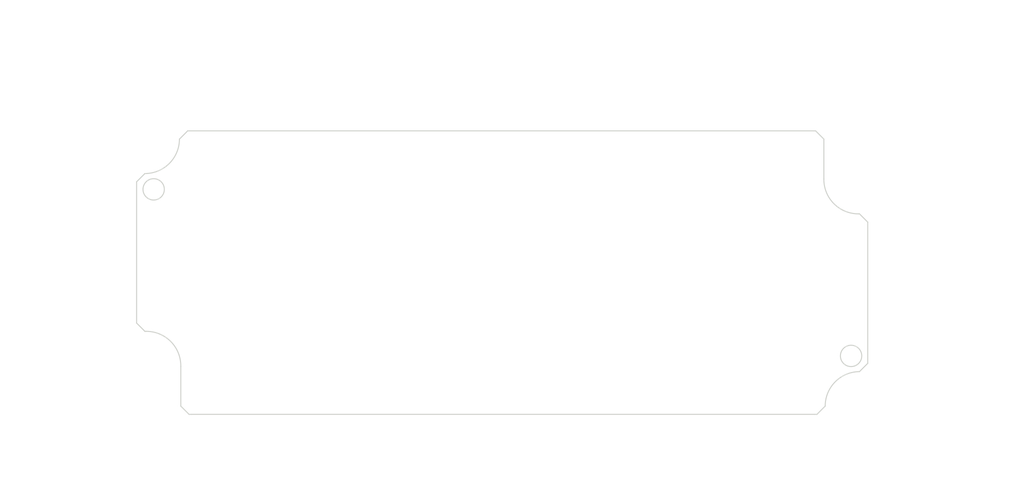
<source format=kicad_pcb>
(kicad_pcb (version 20221018) (generator pcbnew)

  (general
    (thickness 1.6)
  )

  (paper "A4")
  (layers
    (0 "F.Cu" signal)
    (31 "B.Cu" signal)
    (32 "B.Adhes" user "B.Adhesive")
    (33 "F.Adhes" user "F.Adhesive")
    (34 "B.Paste" user)
    (35 "F.Paste" user)
    (36 "B.SilkS" user "B.Silkscreen")
    (37 "F.SilkS" user "F.Silkscreen")
    (38 "B.Mask" user)
    (39 "F.Mask" user)
    (40 "Dwgs.User" user "User.Drawings")
    (41 "Cmts.User" user "User.Comments")
    (42 "Eco1.User" user "User.Eco1")
    (43 "Eco2.User" user "User.Eco2")
    (44 "Edge.Cuts" user)
    (45 "Margin" user)
    (46 "B.CrtYd" user "B.Courtyard")
    (47 "F.CrtYd" user "F.Courtyard")
    (48 "B.Fab" user)
    (49 "F.Fab" user)
  )

  (setup
    (pad_to_mask_clearance 0.051)
    (solder_mask_min_width 0.25)
    (pcbplotparams
      (layerselection 0x00010fc_ffffffff)
      (plot_on_all_layers_selection 0x0000000_00000000)
      (disableapertmacros false)
      (usegerberextensions false)
      (usegerberattributes false)
      (usegerberadvancedattributes false)
      (creategerberjobfile false)
      (dashed_line_dash_ratio 12.000000)
      (dashed_line_gap_ratio 3.000000)
      (svgprecision 4)
      (plotframeref false)
      (viasonmask false)
      (mode 1)
      (useauxorigin false)
      (hpglpennumber 1)
      (hpglpenspeed 20)
      (hpglpendiameter 15.000000)
      (dxfpolygonmode true)
      (dxfimperialunits true)
      (dxfusepcbnewfont true)
      (psnegative false)
      (psa4output false)
      (plotreference true)
      (plotvalue true)
      (plotinvisibletext false)
      (sketchpadsonfab false)
      (subtractmaskfromsilk false)
      (outputformat 1)
      (mirror false)
      (drillshape 1)
      (scaleselection 1)
      (outputdirectory "")
    )
  )

  (net 0 "")

  (gr_line (start 217.199046 135.958512) (end 210.524567 130.020998)
    (stroke (width 0.2) (type solid)) (layer "Dwgs.User") (tstamp 0c76b67c-ee01-4360-b834-c14b23501e73))
  (gr_line (start 207.630446 136.199152) (end 208.438036 135.60941)
    (stroke (width 0.2) (type solid)) (layer "Dwgs.User") (tstamp 10db5670-eeae-4f40-a788-5dad51505a08))
  (gr_line (start 84.379098 89.448953) (end 84.379098 82.204952)
    (stroke (width 0.2) (type solid)) (layer "Dwgs.User") (tstamp 1d1f43ec-52ee-4c6f-8a91-8b11c6c2887d))
  (gr_line (start 75.638451 88.410975) (end 61.090015 88.410975)
    (stroke (width 0.2) (type solid)) (layer "Dwgs.User") (tstamp 2791f26e-471e-48fd-b495-146b87e8a2ed))
  (gr_line (start 208.438036 135.60941) (end 206.559889 133.8853)
    (stroke (width 0.2) (type solid)) (layer "Dwgs.User") (tstamp 27f5a5d7-bf3c-463f-b746-101ec9d6b450))
  (gr_line (start 206.559893 133.885299) (end 207.630447 136.199151)
    (stroke (width 0.2) (type solid)) (layer "Dwgs.User") (tstamp 29119938-b81c-49c9-ad3d-fadbf396c178))
  (gr_line (start 206.559889 133.8853) (end 207.630446 136.199152)
    (stroke (width 0.2) (type solid)) (layer "Dwgs.User") (tstamp 358a09c9-01cd-483a-b7c3-e464de193e8e))
  (gr_line (start 83.867683 80.204952) (end 61.595999 80.204952)
    (stroke (width 0.2) (type solid)) (layer "Dwgs.User") (tstamp 36be91c6-320a-4ecf-9ec6-c0055fa40652))
  (gr_line (start 84.867683 79.204952) (end 84.867683 64.353654)
    (stroke (width 0.2) (type solid)) (layer "Dwgs.User") (tstamp 41e9a73c-f5a2-445d-be74-0c540899e184))
  (gr_line (start 213.525048 58.341271) (end 146.787335 58.341271)
    (stroke (width 0.2) (type solid)) (layer "Dwgs.User") (tstamp 47919616-e3df-4398-a210-3f5818ca5f34))
  (gr_line (start 75.050951 88.998475) (end 75.050951 55.166271)
    (stroke (width 0.2) (type solid)) (layer "Dwgs.User") (tstamp 4855fad8-343a-43cb-99ca-3ac98b01d295))
  (gr_line (start 208.43804 135.609411) (end 206.559893 133.885299)
    (stroke (width 0.2) (type solid)) (layer "Dwgs.User") (tstamp 4a759d3e-a785-417c-946e-fcfeea6e81d3))
  (gr_line (start 64.265015 116.728586) (end 64.265015 111.168275)
    (stroke (width 0.2) (type solid)) (layer "Dwgs.User") (tstamp 4d7adbc2-e40c-42d8-8d8c-a4b3892744e7))
  (gr_line (start 77.050951 58.341271) (end 137.37151 58.341271)
    (stroke (width 0.2) (type solid)) (layer "Dwgs.User") (tstamp 5458608b-4a42-428c-85ee-abfe7a310295))
  (gr_line (start 75.638451 118.728586) (end 61.090015 118.728586)
    (stroke (width 0.2) (type solid)) (layer "Dwgs.User") (tstamp 56513143-fdfd-44c8-9a1b-09dd10de9aea))
  (gr_line (start 64.770999 82.204952) (end 64.770999 86.410975)
    (stroke (width 0.2) (type solid)) (layer "Dwgs.User") (tstamp 5c8affa3-3933-4ca0-a260-7f6188b56e48))
  (gr_line (start 83.867683 80.204952) (end 49.654773 80.204952)
    (stroke (width 0.2) (type solid)) (layer "Dwgs.User") (tstamp 5cf559c0-6af2-4c07-b664-bfc1d9f14b72))
  (gr_line (start 205.095583 63.350484) (end 155.927323 63.350484)
    (stroke (width 0.2) (type solid)) (layer "Dwgs.User") (tstamp 6065728f-7ae6-409e-b374-faacc2478040))
  (gr_line (start 64.770999 88.410975) (end 64.770999 94.383307)
    (stroke (width 0.2) (type solid)) (layer "Dwgs.User") (tstamp 6b02aa13-7d76-4bdb-b213-57991f855ad0))
  (gr_line (start 64.770999 94.383307) (end 62.770999 94.383307)
    (stroke (width 0.2) (type solid)) (layer "Dwgs.User") (tstamp 79c161e3-00bf-4ba4-af79-8392aee95c6e))
  (gr_line (start 208.034244 135.904281) (end 215.871638 146.636844)
    (stroke (width 0.2) (type solid)) (layer "Dwgs.User") (tstamp 7a4188b6-c1d5-43b5-a3e3-745cc618079d))
  (gr_line (start 80.327075 98.319126) (end 82.327075 98.319126)
    (stroke (width 0.2) (type solid)) (layer "Dwgs.User") (tstamp 7cbec966-9159-4dd2-8690-629573d3e73f))
  (gr_line (start 215.525048 96.741345) (end 215.525048 55.166271)
    (stroke (width 0.2) (type solid)) (layer "Dwgs.User") (tstamp 7cf5d74d-e0af-44df-b393-e78bec9d741c))
  (gr_line (start 64.265015 90.410975) (end 64.265015 104.052245)
    (stroke (width 0.2) (type solid)) (layer "Dwgs.User") (tstamp 88d3920a-94d1-478a-90e0-1944a1079eaa))
  (gr_line (start 207.095583 80.792452) (end 207.095583 60.175484)
    (stroke (width 0.2) (type solid)) (layer "Dwgs.User") (tstamp 8d305aad-90c9-4a84-a316-4301e1eab937))
  (gr_line (start 75.050951 88.998475) (end 75.050951 64.353654)
    (stroke (width 0.2) (type solid)) (layer "Dwgs.User") (tstamp 90054800-97bf-4108-b3be-94e17786daba))
  (gr_line (start 84.379098 75.734523) (end 86.379098 75.734523)
    (stroke (width 0.2) (type solid)) (layer "Dwgs.User") (tstamp a8716af7-19de-485b-b3ff-d83f6c64858e))
  (gr_line (start 78.327075 92.448953) (end 78.327075 101.494126)
    (stroke (width 0.2) (type solid)) (layer "Dwgs.User") (tstamp ab5a7bd5-3d7a-4467-8f97-678ee3c6f405))
  (gr_line (start 52.829773 82.204952) (end 52.829773 103.888044)
    (stroke (width 0.2) (type solid)) (layer "Dwgs.User") (tstamp ab65bb43-1a7d-490f-bd48-a53c5bae2992))
  (gr_line (start 87.932173 96.768407) (end 81.870026 93.411095)
    (stroke (width 0.2) (type solid)) (layer "Dwgs.User") (tstamp abd91246-6d51-451b-a1f0-e9c476956671))
  (gr_line (start 84.127363 134.679049) (end 49.654773 134.679049)
    (stroke (width 0.2) (type solid)) (layer "Dwgs.User") (tstamp ac812cda-442f-4844-a8e3-327be7e89c6d))
  (gr_line (start 215.871638 146.636844) (end 218.371638 146.636844)
    (stroke (width 0.2) (type solid)) (layer "Dwgs.User") (tstamp b1bf95b3-bae3-4f0f-9a84-d6946b222c2a))
  (gr_line (start 79.327075 91.448953) (end 87.554098 91.448953)
    (stroke (width 0.2) (type solid)) (layer "Dwgs.User") (tstamp b4836887-7c46-42d1-8c76-63d420ff3b02))
  (gr_line (start 207.630447 136.199151) (end 208.43804 135.609411)
    (stroke (width 0.2) (type solid)) (layer "Dwgs.User") (tstamp b4b05919-a8cd-4a1b-bba5-3d3ecbd76710))
  (gr_line (start 78.237075 91.448953) (end 78.417075 91.448953)
    (stroke (width 0.2) (type solid)) (layer "Dwgs.User") (tstamp b4be076b-ccd5-4efe-97db-910c4f2f0ca8))
  (gr_line (start 208.034244 135.904281) (end 206.559893 133.885299)
    (stroke (width 0.2) (type solid)) (layer "Dwgs.User") (tstamp b70619b0-b89c-4a74-ace9-c8d48dccea34))
  (gr_line (start 52.829773 132.679049) (end 52.829773 110.995957)
    (stroke (width 0.2) (type solid)) (layer "Dwgs.User") (tstamp b8772aa5-a043-4c08-8f68-84fb4b5a8b0a))
  (gr_line (start 86.867683 63.350484) (end 146.511497 63.350484)
    (stroke (width 0.2) (type solid)) (layer "Dwgs.User") (tstamp b8c52499-ea7e-4977-a5ad-63f74467c5a0))
  (gr_line (start 75.638451 88.410975) (end 61.595999 88.410975)
    (stroke (width 0.2) (type solid)) (layer "Dwgs.User") (tstamp c8cf0191-1337-4cb8-ae1d-9f451e37beda))
  (gr_line (start 84.379098 80.204952) (end 84.379098 75.734523)
    (stroke (width 0.2) (type solid)) (layer "Dwgs.User") (tstamp c903a45a-1791-481d-a033-b3bad8958ae1))
  (gr_line (start 219.199046 135.958512) (end 217.199046 135.958512)
    (stroke (width 0.2) (type solid)) (layer "Dwgs.User") (tstamp cbd36449-4972-47ae-a0cb-497379f66d77))
  (gr_line (start 89.932173 96.768407) (end 87.932173 96.768407)
    (stroke (width 0.2) (type solid)) (layer "Dwgs.User") (tstamp cd635663-2426-430b-bd56-9526814370db))
  (gr_line (start 77.050951 67.528654) (end 82.867683 67.528654)
    (stroke (width 0.2) (type solid)) (layer "Dwgs.User") (tstamp ce8eeb17-8a6c-4098-b4d4-5271d8808944))
  (gr_line (start 78.327075 91.538953) (end 78.327075 91.358953)
    (stroke (width 0.2) (type solid)) (layer "Dwgs.User") (tstamp da05e100-1505-42db-b998-54fe85c74f65))
  (gr_line (start 84.867683 79.204952) (end 84.867683 60.175484)
    (stroke (width 0.2) (type solid)) (layer "Dwgs.User") (tstamp e299a7a6-aa73-48fc-a703-50c559617867))
  (gr_line (start 73.050951 98.319126) (end 71.050951 98.319126)
    (stroke (width 0.2) (type solid)) (layer "Dwgs.User") (tstamp e627f362-cb40-4e51-bda7-01392643ff06))
  (gr_line (start 84.867683 67.528654) (end 86.938236 67.528654)
    (stroke (width 0.2) (type solid)) (layer "Dwgs.User") (tstamp f5efb8dc-c9ac-4c8f-baaa-e92372f32cc8))
  (gr_line (start 205.766143 134.679049) (end 85.127363 134.679049)
    (stroke (width 0.2) (type solid)) (layer "Edge.Cuts") (tstamp 070ec7ec-8bd4-4232-b886-a9c650a4be39))
  (gr_line (start 215.525048 97.741345) (end 215.525048 124.880698)
    (stroke (width 0.2) (type solid)) (layer "Edge.Cuts") (tstamp 07e7d766-8fb4-4cda-9616-761eb425daaa))
  (gr_line (start 83.539863 133.091549) (end 83.539863 125.451349)
    (stroke (width 0.2) (type solid)) (layer "Edge.Cuts") (tstamp 11357fed-a302-49f8-a078-55929200ac7c))
  (gr_line (start 75.050951 117.141086) (end 75.050951 89.998475)
    (stroke (width 0.2) (type solid)) (layer "Edge.Cuts") (tstamp 1df70b9d-1cbc-4ebf-b88f-64af13badc9d))
  (gr_line (start 83.539863 133.091549) (end 85.127363 134.679049)
    (stroke (width 0.2) (type solid)) (layer "Edge.Cuts") (tstamp 31e3e4da-1def-40df-b3dc-5682e547f928))
  (gr_line (start 205.766143 134.679049) (end 207.353643 133.091549)
    (stroke (width 0.2) (type solid)) (layer "Edge.Cuts") (tstamp 322614ac-6237-4e71-91b5-7cf0923c07fd))
  (gr_line (start 76.638451 88.410975) (end 75.050951 89.998475)
    (stroke (width 0.2) (type solid)) (layer "Edge.Cuts") (tstamp 442d6fc8-c116-47d9-8a3e-5caa0589b3ff))
  (gr_circle (center 212.327075 123.448953) (end 214.377075 123.448953)
    (stroke (width 0.2) (type solid)) (fill none) (layer "Edge.Cuts") (tstamp 4ecc6ca5-373b-4a34-b56a-e4552c784794))
  (gr_arc (start 207.353642 133.091549) (mid 209.281813 128.424213) (end 213.937548 126.468198)
    (stroke (width 0.2) (type solid)) (layer "Edge.Cuts") (tstamp 636b1ea8-3bb1-4198-ac9f-f99ba9046ecb))
  (gr_line (start 84.867683 80.204952) (end 205.508083 80.204952)
    (stroke (width 0.2) (type solid)) (layer "Edge.Cuts") (tstamp 83c71ca4-d93a-4ece-ad91-7c5997acf201))
  (gr_circle (center 78.327075 91.448953) (end 80.377075 91.448953)
    (stroke (width 0.2) (type solid)) (fill none) (layer "Edge.Cuts") (tstamp 8a4fadb0-8bc4-4896-b883-99170df6ef6b))
  (gr_line (start 76.825381 118.729037) (end 76.638451 118.728586)
    (stroke (width 0.2) (type solid)) (layer "Edge.Cuts") (tstamp 9926d14f-809c-49b0-a5a9-bea3fbeeb840))
  (gr_line (start 75.050951 117.141086) (end 76.638451 118.728586)
    (stroke (width 0.2) (type solid)) (layer "Edge.Cuts") (tstamp a9ab1993-9231-4b53-aa39-182376444aff))
  (gr_arc (start 83.280183 81.792452) (mid 81.329823 86.477026) (end 76.638451 88.410975)
    (stroke (width 0.2) (type solid)) (layer "Edge.Cuts") (tstamp af285fe5-387e-4194-971e-6b40fea5830a))
  (gr_line (start 84.867683 80.204952) (end 83.280183 81.792452)
    (stroke (width 0.2) (type solid)) (layer "Edge.Cuts") (tstamp c4a2c944-49d8-44a0-b8cd-7bd7d0e6079d))
  (gr_line (start 215.525048 97.741345) (end 213.937548 96.153845)
    (stroke (width 0.2) (type solid)) (layer "Edge.Cuts") (tstamp c63c3d42-ca09-4d4b-8977-621167a693a2))
  (gr_arc (start 213.826263 96.153601) (mid 209.045746 94.22063) (end 207.095583 89.4471)
    (stroke (width 0.2) (type solid)) (layer "Edge.Cuts") (tstamp c7b29fc6-767a-4c31-af97-779cdf3383f8))
  (gr_line (start 213.826263 96.153603) (end 213.937548 96.153845)
    (stroke (width 0.2) (type solid)) (layer "Edge.Cuts") (tstamp d56eb40e-fbe6-4e02-8f4e-884cf056b53a))
  (gr_arc (start 76.825381 118.729037) (mid 81.601074 120.673393) (end 83.539863 125.451349)
    (stroke (width 0.2) (type solid)) (layer "Edge.Cuts") (tstamp dc815487-49de-41f1-9366-1ac20aeb27e2))
  (gr_line (start 207.095583 81.792452) (end 205.508083 80.204952)
    (stroke (width 0.2) (type solid)) (layer "Edge.Cuts") (tstamp e597b1eb-670b-49f7-8e25-b46f2399bc5a))
  (gr_line (start 213.937548 126.468198) (end 215.525048 124.880698)
    (stroke (width 0.2) (type solid)) (layer "Edge.Cuts") (tstamp ed1e1fd7-ac3c-436a-9b65-127ad535000b))
  (gr_line (start 207.095583 81.792452) (end 207.095583 89.4471)
    (stroke (width 0.2) (type solid)) (layer "Edge.Cuts") (tstamp fa7e6e34-b1fc-499b-9c4c-b7cea5e8ef72))
  (gr_text "[4.81]" (at 151.21941 65.239945) (layer "Dwgs.User") (tstamp 0d65d078-1bad-44f6-b160-767895010a01)
    (effects (font (size 1.7 1.53) (thickness 0.2125)))
  )
  (gr_text "[2.14]" (at 52.829773 109.331462) (layer "Dwgs.User") (tstamp 3c501584-bc65-4a9d-9b52-33c024ed4b0c)
    (effects (font (size 1.7 1.53) (thickness 0.2125)))
  )
  (gr_text "[R0.26]" (at 223.669817 137.847973) (layer "Dwgs.User") (tstamp 4100dfd0-ab6c-4aec-9e02-413e293e02c9)
    (effects (font (size 1.7 1.53) (thickness 0.2125)))
  )
  (gr_text "[.13]" (at 67.662104 100.208587) (layer "Dwgs.User") (tstamp 582b0775-f225-4d3e-8fd7-0702f1d80cf6)
    (effects (font (size 1.7 1.53) (thickness 0.2125)))
  )
  (gr_text " R6.63" (at 223.669817 134.289958) (layer "Dwgs.User") (tstamp 598ac8c8-a191-43a8-9de0-ef089ca67edf)
    (effects (font (size 1.7 1.53) (thickness 0.2125)))
  )
  (gr_text "[1.19]" (at 64.265015 109.499721) (layer "Dwgs.User") (tstamp 7862dc57-ea33-43be-9d02-70b8d96dd9e4)
    (effects (font (size 1.7 1.53) (thickness 0.2125)))
  )
  (gr_text " 3.28" (at 67.662104 96.650572) (layer "Dwgs.User") (tstamp 87f18a90-f9df-42b2-bd90-de73a620ef62)
    (effects (font (size 1.7 1.53) (thickness 0.2125)))
  )
  (gr_text " 140.47" (at 142.079423 56.673297) (layer "Dwgs.User") (tstamp 9657d73c-e302-419e-a1c1-8fa99ed20e8f)
    (effects (font (size 1.7 1.53) (thickness 0.2125)))
  )
  (gr_text " 122.23" (at 151.21941 61.68193) (layer "Dwgs.User") (tstamp 9ec591ce-907f-455a-875e-b4898a62f37a)
    (effects (font (size 1.7 1.53) (thickness 0.2125)))
  )
  (gr_text " 11.24" (at 90.42313 74.081044) (layer "Dwgs.User") (tstamp a4432cdd-dc88-4238-a079-e0d0f54d8383)
    (effects (font (size 1.7 1.53) (thickness 0.2125)))
  )
  (gr_text "1.59 X 45.0° Chamfer" (at 219.442278 147.515998) (layer "Dwgs.User") (tstamp abb0b1a5-e7cb-453b-84a4-514c13da7c66)
    (effects (font (size 1.7 1.53) (thickness 0.2125)) (justify left bottom))
  )
  (gr_text " 9.82" (at 90.316647 65.86068) (layer "Dwgs.User") (tstamp bc387f63-4e9d-40e6-a219-2007c218eb5d)
    (effects (font (size 1.7 1.53) (thickness 0.2125)))
  )
  (gr_text " 8.21" (at 59.547977 92.715333) (layer "Dwgs.User") (tstamp c1a01233-5f6b-43f4-957b-fc9f0d523cca)
    (effects (font (size 1.7 1.53) (thickness 0.2125)))
  )
  (gr_text " ∅4.10\n[∅0.16]" (at 94.469042 96.768407) (layer "Dwgs.User") (tstamp ceae92fa-8256-4f1d-87fa-b50124554175)
    (effects (font (size 1.7 1.53) (thickness 0.2125)))
  )
  (gr_text "[.32]" (at 59.547977 96.272768) (layer "Dwgs.User") (tstamp d2578e36-189d-4f93-8977-59aec29dcae1)
    (effects (font (size 1.7 1.53) (thickness 0.2125)))
  )
  (gr_text " 30.32" (at 64.265015 105.941706) (layer "Dwgs.User") (tstamp d89597df-9789-49b9-a81e-d8aa4064b7f7)
    (effects (font (size 1.7 1.53) (thickness 0.2125)))
  )
  (gr_text "[.44]" (at 90.42313 77.620506) (layer "Dwgs.User") (tstamp e20ad941-33ad-4e99-bce6-bccccbe7e7fe)
    (effects (font (size 1.7 1.53) (thickness 0.2125)))
  )
  (gr_text "[5.53]" (at 142.079423 60.230733) (layer "Dwgs.User") (tstamp f0f6f70b-3f07-4057-afbb-36009ac5296b)
    (effects (font (size 1.7 1.53) (thickness 0.2125)))
  )
  (gr_text " 54.47" (at 52.829773 105.777505) (layer "Dwgs.User") (tstamp f8366b0d-de1b-4e5a-9375-8d5d4a78146d)
    (effects (font (size 1.7 1.53) (thickness 0.2125)))
  )
  (gr_text "[.39]" (at 90.316647 69.418116) (layer "Dwgs.User") (tstamp fe5102a2-317a-4624-beb2-5f487b215c8e)
    (effects (font (size 1.7 1.53) (thickness 0.2125)))
  )

)

</source>
